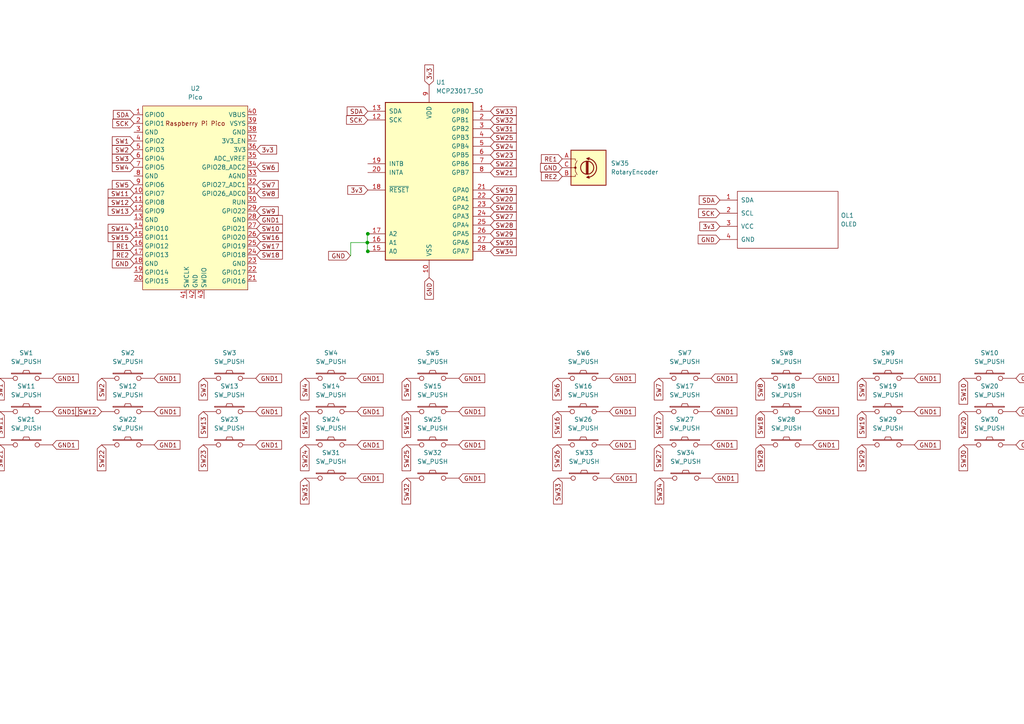
<source format=kicad_sch>
(kicad_sch (version 20211123) (generator eeschema)
  (paper "A4")
  (lib_symbols
    (symbol "Device:RotaryEncoder" (pin_names (offset 0.254) hide)
      (property "Reference" "SW" (at 0 6.604 0))
      (property "Value" "RotaryEncoder" (at 0 -6.604 0))
      (symbol "RotaryEncoder_0_1"
        (rectangle (start -5.08 5.08) (end 5.08 -5.08) (stroke (width 0.254)) (fill (type background)))
        (circle (center -3.81 0) (radius 0.254) (fill (type outline)))
        (arc (start -0.381 -2.794) (mid 2.3622 -0.0508) (end -0.381 2.667) (stroke (width 0.254)))
        (circle (center -0.381 0) (radius 1.905) (stroke (width 0.254)))
        (polyline (pts (xy -0.635 -1.778) (xy -0.635 1.778)) (stroke (width 0.254)))
        (polyline (pts (xy -0.381 -1.778) (xy -0.381 1.778)) (stroke (width 0.254)))
        (polyline (pts (xy -0.127 1.778) (xy -0.127 -1.778)) (stroke (width 0.254)))
        (polyline (pts (xy -5.08 -2.54) (xy -3.81 -2.54) (xy -3.81 -2.032)))
        (polyline (pts (xy -5.08 2.54) (xy -3.81 2.54) (xy -3.81 2.032)))
        (polyline (pts (xy 0.254 -3.048) (xy -0.508 -2.794) (xy 0.127 -2.413)) (stroke (width 0.254)))
        (polyline (pts (xy 0.254 2.921) (xy -0.508 2.667) (xy 0.127 2.286)) (stroke (width 0.254)))
        (polyline (pts (xy -5.08 0) (xy -3.81 0) (xy -3.81 -1.016) (xy -3.302 -2.032)))
        (polyline (pts (xy -4.318 0) (xy -3.81 0) (xy -3.81 1.016) (xy -3.302 2.032)))
      )
      (symbol "RotaryEncoder_1_1"
        (pin passive line (at -7.62 2.54 0) (length 2.54) (name "A") (number "A"))
        (pin passive line (at -7.62 -2.54 0) (length 2.54) (name "B") (number "B"))
        (pin passive line (at -7.62 0 0) (length 2.54) (name "C") (number "C"))
      )
    )
    (symbol "Interface_Expansion:MCP23017_SO" (pin_names (offset 1.016))
      (property "Reference" "U" (at -11.43 24.13 0))
      (property "Value" "MCP23017_SO" (at 0 0 0))
      (symbol "MCP23017_SO_0_1"
        (rectangle (start -12.7 22.86) (end 12.7 -22.86) (stroke (width 0.254)) (fill (type background)))
      )
      (symbol "MCP23017_SO_1_1"
        (pin bidirectional line (at 17.78 20.32 180) (length 5.08) (name "GPB0") (number "1"))
        (pin power_in line (at 0 -27.94 90) (length 5.08) (name "VSS") (number "10"))
        (pin no_connect line (at -12.7 15.24 0) (length 5.08) hide (name "NC") (number "11"))
        (pin input line (at -17.78 17.78 0) (length 5.08) (name "SCK") (number "12"))
        (pin bidirectional line (at -17.78 20.32 0) (length 5.08) (name "SDA") (number "13"))
        (pin no_connect line (at -12.7 12.7 0) (length 5.08) hide (name "NC") (number "14"))
        (pin input line (at -17.78 -20.32 0) (length 5.08) (name "A0") (number "15"))
        (pin input line (at -17.78 -17.78 0) (length 5.08) (name "A1") (number "16"))
        (pin input line (at -17.78 -15.24 0) (length 5.08) (name "A2") (number "17"))
        (pin input line (at -17.78 -2.54 0) (length 5.08) (name "~{RESET}") (number "18"))
        (pin tri_state line (at -17.78 5.08 0) (length 5.08) (name "INTB") (number "19"))
        (pin bidirectional line (at 17.78 17.78 180) (length 5.08) (name "GPB1") (number "2"))
        (pin tri_state line (at -17.78 2.54 0) (length 5.08) (name "INTA") (number "20"))
        (pin bidirectional line (at 17.78 -2.54 180) (length 5.08) (name "GPA0") (number "21"))
        (pin bidirectional line (at 17.78 -5.08 180) (length 5.08) (name "GPA1") (number "22"))
        (pin bidirectional line (at 17.78 -7.62 180) (length 5.08) (name "GPA2") (number "23"))
        (pin bidirectional line (at 17.78 -10.16 180) (length 5.08) (name "GPA3") (number "24"))
        (pin bidirectional line (at 17.78 -12.7 180) (length 5.08) (name "GPA4") (number "25"))
        (pin bidirectional line (at 17.78 -15.24 180) (length 5.08) (name "GPA5") (number "26"))
        (pin bidirectional line (at 17.78 -17.78 180) (length 5.08) (name "GPA6") (number "27"))
        (pin bidirectional line (at 17.78 -20.32 180) (length 5.08) (name "GPA7") (number "28"))
        (pin bidirectional line (at 17.78 15.24 180) (length 5.08) (name "GPB2") (number "3"))
        (pin bidirectional line (at 17.78 12.7 180) (length 5.08) (name "GPB3") (number "4"))
        (pin bidirectional line (at 17.78 10.16 180) (length 5.08) (name "GPB4") (number "5"))
        (pin bidirectional line (at 17.78 7.62 180) (length 5.08) (name "GPB5") (number "6"))
        (pin bidirectional line (at 17.78 5.08 180) (length 5.08) (name "GPB6") (number "7"))
        (pin bidirectional line (at 17.78 2.54 180) (length 5.08) (name "GPB7") (number "8"))
        (pin power_in line (at 0 27.94 270) (length 5.08) (name "VDD") (number "9"))
      )
    )
    (symbol "MCU_RaspberryPi_and_Boards:Pico"
      (property "Reference" "U" (at -13.97 27.94 0))
      (property "Value" "Pico" (at 0 19.05 0))
      (symbol "Pico_0_0"
        (text "Raspberry Pi Pico" (at 0 21.59 0) (effects (font (size 1.27 1.27))))
      )
      (symbol "Pico_0_1"
        (rectangle (start -15.24 26.67) (end 15.24 -26.67) (fill (type background)))
      )
      (symbol "Pico_1_1"
        (pin bidirectional line (at -17.78 24.13 0) (length 2.54) (name "GPIO0") (number "1"))
        (pin bidirectional line (at -17.78 1.27 0) (length 2.54) (name "GPIO7") (number "10"))
        (pin bidirectional line (at -17.78 -1.27 0) (length 2.54) (name "GPIO8") (number "11"))
        (pin bidirectional line (at -17.78 -3.81 0) (length 2.54) (name "GPIO9") (number "12"))
        (pin power_in line (at -17.78 -6.35 0) (length 2.54) (name "GND") (number "13"))
        (pin bidirectional line (at -17.78 -8.89 0) (length 2.54) (name "GPIO10") (number "14"))
        (pin bidirectional line (at -17.78 -11.43 0) (length 2.54) (name "GPIO11") (number "15"))
        (pin bidirectional line (at -17.78 -13.97 0) (length 2.54) (name "GPIO12") (number "16"))
        (pin bidirectional line (at -17.78 -16.51 0) (length 2.54) (name "GPIO13") (number "17"))
        (pin power_in line (at -17.78 -19.05 0) (length 2.54) (name "GND") (number "18"))
        (pin bidirectional line (at -17.78 -21.59 0) (length 2.54) (name "GPIO14") (number "19"))
        (pin bidirectional line (at -17.78 21.59 0) (length 2.54) (name "GPIO1") (number "2"))
        (pin bidirectional line (at -17.78 -24.13 0) (length 2.54) (name "GPIO15") (number "20"))
        (pin bidirectional line (at 17.78 -24.13 180) (length 2.54) (name "GPIO16") (number "21"))
        (pin bidirectional line (at 17.78 -21.59 180) (length 2.54) (name "GPIO17") (number "22"))
        (pin power_in line (at 17.78 -19.05 180) (length 2.54) (name "GND") (number "23"))
        (pin bidirectional line (at 17.78 -16.51 180) (length 2.54) (name "GPIO18") (number "24"))
        (pin bidirectional line (at 17.78 -13.97 180) (length 2.54) (name "GPIO19") (number "25"))
        (pin bidirectional line (at 17.78 -11.43 180) (length 2.54) (name "GPIO20") (number "26"))
        (pin bidirectional line (at 17.78 -8.89 180) (length 2.54) (name "GPIO21") (number "27"))
        (pin power_in line (at 17.78 -6.35 180) (length 2.54) (name "GND") (number "28"))
        (pin bidirectional line (at 17.78 -3.81 180) (length 2.54) (name "GPIO22") (number "29"))
        (pin power_in line (at -17.78 19.05 0) (length 2.54) (name "GND") (number "3"))
        (pin input line (at 17.78 -1.27 180) (length 2.54) (name "RUN") (number "30"))
        (pin bidirectional line (at 17.78 1.27 180) (length 2.54) (name "GPIO26_ADC0") (number "31"))
        (pin bidirectional line (at 17.78 3.81 180) (length 2.54) (name "GPIO27_ADC1") (number "32"))
        (pin power_in line (at 17.78 6.35 180) (length 2.54) (name "AGND") (number "33"))
        (pin bidirectional line (at 17.78 8.89 180) (length 2.54) (name "GPIO28_ADC2") (number "34"))
        (pin power_in line (at 17.78 11.43 180) (length 2.54) (name "ADC_VREF") (number "35"))
        (pin power_in line (at 17.78 13.97 180) (length 2.54) (name "3V3") (number "36"))
        (pin input line (at 17.78 16.51 180) (length 2.54) (name "3V3_EN") (number "37"))
        (pin bidirectional line (at 17.78 19.05 180) (length 2.54) (name "GND") (number "38"))
        (pin power_in line (at 17.78 21.59 180) (length 2.54) (name "VSYS") (number "39"))
        (pin bidirectional line (at -17.78 16.51 0) (length 2.54) (name "GPIO2") (number "4"))
        (pin power_in line (at 17.78 24.13 180) (length 2.54) (name "VBUS") (number "40"))
        (pin input line (at -2.54 -29.21 90) (length 2.54) (name "SWCLK") (number "41"))
        (pin power_in line (at 0 -29.21 90) (length 2.54) (name "GND") (number "42"))
        (pin bidirectional line (at 2.54 -29.21 90) (length 2.54) (name "SWDIO") (number "43"))
        (pin bidirectional line (at -17.78 13.97 0) (length 2.54) (name "GPIO3") (number "5"))
        (pin bidirectional line (at -17.78 11.43 0) (length 2.54) (name "GPIO4") (number "6"))
        (pin bidirectional line (at -17.78 8.89 0) (length 2.54) (name "GPIO5") (number "7"))
        (pin power_in line (at -17.78 6.35 0) (length 2.54) (name "GND") (number "8"))
        (pin bidirectional line (at -17.78 3.81 0) (length 2.54) (name "GPIO6") (number "9"))
      )
    )
    (symbol "kbd:OLED" (pin_names (offset 1.016))
      (property "Reference" "OL" (at 0 2.54 0))
      (property "Value" "OLED" (at 0 -1.27 0))
      (symbol "OLED_0_1"
        (rectangle (start -13.97 8.89) (end 15.24 -7.62))
      )
      (symbol "OLED_1_1"
        (pin bidirectional line (at -19.05 6.35 0) (length 5.08) (name "SDA") (number "1"))
        (pin bidirectional line (at -19.05 2.54 0) (length 5.08) (name "SCL") (number "2"))
        (pin power_in line (at -19.05 -1.27 0) (length 5.08) (name "VCC") (number "3"))
        (pin power_in line (at -19.05 -5.08 0) (length 5.08) (name "GND") (number "4"))
      )
    )
    (symbol "kbd:SW_PUSH" (pin_numbers hide) (pin_names (offset 1.016) hide)
      (property "Reference" "SW" (at 3.81 2.794 0))
      (property "Value" "SW_PUSH" (at 0 -2.032 0))
      (symbol "SW_PUSH_0_1"
        (rectangle (start -4.318 1.27) (end 4.318 1.524))
        (polyline (pts (xy -1.016 1.524) (xy -0.762 2.286) (xy 0.762 2.286) (xy 1.016 1.524)))
        (pin passive inverted (at -7.62 0 0) (length 5.08) (name "1") (number "1"))
        (pin passive inverted (at 7.62 0 180) (length 5.08) (name "2") (number "2"))
      )
    )
  )
  (junction (at 106.68 72.898))
  (junction (at 106.553 70.358))
  (junction (at 106.68 67.818))
  (wire (pts (xy 101.727 70.358) (xy 101.727 74.168)))
  (wire (pts (xy 106.553 70.358) (xy 101.727 70.358)))
  (wire (pts (xy 106.553 70.358) (xy 106.553 72.898)))
  (wire (pts (xy 106.553 70.358) (xy 106.553 67.818)))
  (wire (pts (xy 106.553 72.898) (xy 106.68 72.898)))
  (wire (pts (xy 106.68 70.358) (xy 106.553 70.358)))
  (wire (pts (xy 106.553 67.818) (xy 106.68 67.818)))
  (wire (pts (xy 101.6 74.168) (xy 101.727 74.168)))
  (global_label "GND1" (shape input) (at 206.248 109.728 0) (property "Intersheet References" "${INTERSHEET_REFS}" (effects hide)))
  (global_label "SW20" (shape input) (at 142.24 57.658 0) (property "Intersheet References" "${INTERSHEET_REFS}" (effects hide)))
  (global_label "SW23" (shape input) (at 58.928 129.032 270) (property "Intersheet References" "${INTERSHEET_REFS}" (effects hide)))
  (global_label "SW3" (shape input) (at 58.928 109.728 270) (property "Intersheet References" "${INTERSHEET_REFS}" (effects hide)))
  (global_label "GND1" (shape input) (at 133.096 138.684 0) (property "Intersheet References" "${INTERSHEET_REFS}" (effects hide)))
  (global_label "SW27" (shape input) (at 142.24 62.738 0) (property "Intersheet References" "${INTERSHEET_REFS}" (effects hide)))
  (global_label "SW14" (shape input) (at 88.392 119.38 270) (property "Intersheet References" "${INTERSHEET_REFS}" (effects hide)))
  (global_label "SW3" (shape input) (at 38.862 45.974 180) (property "Intersheet References" "${INTERSHEET_REFS}" (effects hide)))
  (global_label "SW27" (shape input) (at 191.008 129.032 270) (property "Intersheet References" "${INTERSHEET_REFS}" (effects hide)))
  (global_label "GND1" (shape input) (at 15.24 129.032 0) (property "Intersheet References" "${INTERSHEET_REFS}" (effects hide)))
  (global_label "SW31" (shape input) (at 88.392 138.684 270) (property "Intersheet References" "${INTERSHEET_REFS}" (effects hide)))
  (global_label "SW22" (shape input) (at 29.464 129.032 270) (property "Intersheet References" "${INTERSHEET_REFS}" (effects hide)))
  (global_label "GND1" (shape input) (at 133.096 109.728 0) (property "Intersheet References" "${INTERSHEET_REFS}" (effects hide)))
  (global_label "SW16" (shape input) (at 161.544 119.38 270) (property "Intersheet References" "${INTERSHEET_REFS}" (effects hide)))
  (global_label "SW24" (shape input) (at 142.24 42.418 0) (property "Intersheet References" "${INTERSHEET_REFS}" (effects hide)))
  (global_label "SW21" (shape input) (at 142.24 50.038 0) (property "Intersheet References" "${INTERSHEET_REFS}" (effects hide)))
  (global_label "SW32" (shape input) (at 117.856 138.684 270) (property "Intersheet References" "${INTERSHEET_REFS}" (effects hide)))
  (global_label "SCK" (shape input) (at 208.788 61.849 180) (property "Intersheet References" "${INTERSHEET_REFS}" (effects hide)))
  (global_label "RE1" (shape input) (at 38.862 71.374 180) (property "Intersheet References" "${INTERSHEET_REFS}" (effects hide)))
  (global_label "RE1" (shape input) (at 163.068 46.101 180) (property "Intersheet References" "${INTERSHEET_REFS}" (effects hide)))
  (global_label "RE2" (shape input) (at 38.862 73.914 180) (property "Intersheet References" "${INTERSHEET_REFS}" (effects hide)))
  (global_label "SW9" (shape input) (at 249.936 109.728 270) (property "Intersheet References" "${INTERSHEET_REFS}" (effects hide)))
  (global_label "SW28" (shape input) (at 220.472 129.032 270) (property "Intersheet References" "${INTERSHEET_REFS}" (effects hide)))
  (global_label "GND1" (shape input) (at 177.038 138.684 0) (property "Intersheet References" "${INTERSHEET_REFS}" (effects hide)))
  (global_label "GND1" (shape input) (at 103.632 129.032 0) (property "Intersheet References" "${INTERSHEET_REFS}" (effects hide)))
  (global_label "SW24" (shape input) (at 88.392 129.032 270) (property "Intersheet References" "${INTERSHEET_REFS}" (effects hide)))
  (global_label "SW18" (shape input) (at 74.422 73.914 0) (property "Intersheet References" "${INTERSHEET_REFS}" (effects hide)))
  (global_label "GND" (shape input) (at 124.46 80.518 270) (property "Intersheet References" "${INTERSHEET_REFS}" (effects hide)))
  (global_label "SW8" (shape input) (at 220.472 109.728 270) (property "Intersheet References" "${INTERSHEET_REFS}" (effects hide)))
  (global_label "GND1" (shape input) (at 44.704 129.032 0) (property "Intersheet References" "${INTERSHEET_REFS}" (effects hide)))
  (global_label "SW1" (shape input) (at 0 109.728 270) (property "Intersheet References" "${INTERSHEET_REFS}" (effects hide)))
  (global_label "SDA" (shape input) (at 208.788 58.039 180) (property "Intersheet References" "${INTERSHEET_REFS}" (effects hide)))
  (global_label "GND1" (shape input) (at 206.248 129.032 0) (property "Intersheet References" "${INTERSHEET_REFS}" (effects hide)))
  (global_label "GND1" (shape input) (at 74.422 63.754 0) (property "Intersheet References" "${INTERSHEET_REFS}" (effects hide)))
  (global_label "SW2" (shape input) (at 38.862 43.434 180) (property "Intersheet References" "${INTERSHEET_REFS}" (effects hide)))
  (global_label "3v3" (shape input) (at 106.68 55.118 180) (property "Intersheet References" "${INTERSHEET_REFS}" (effects hide)))
  (global_label "GND1" (shape input) (at 15.24 119.38 0) (property "Intersheet References" "${INTERSHEET_REFS}" (effects hide)))
  (global_label "SW26" (shape input) (at 161.544 129.032 270) (property "Intersheet References" "${INTERSHEET_REFS}" (effects hide)))
  (global_label "GND1" (shape input) (at 74.168 109.728 0) (property "Intersheet References" "${INTERSHEET_REFS}" (effects hide)))
  (global_label "SW32" (shape input) (at 142.24 34.798 0) (property "Intersheet References" "${INTERSHEET_REFS}" (effects hide)))
  (global_label "GND1" (shape input) (at 265.176 109.728 0) (property "Intersheet References" "${INTERSHEET_REFS}" (effects hide)))
  (global_label "GND" (shape input) (at 38.862 76.454 180) (property "Intersheet References" "${INTERSHEET_REFS}" (effects hide)))
  (global_label "GND1" (shape input) (at 176.784 119.38 0) (property "Intersheet References" "${INTERSHEET_REFS}" (effects hide)))
  (global_label "SW21" (shape input) (at 0 129.032 270) (property "Intersheet References" "${INTERSHEET_REFS}" (effects hide)))
  (global_label "GND1" (shape input) (at 44.704 119.38 0) (property "Intersheet References" "${INTERSHEET_REFS}" (effects hide)))
  (global_label "SW11" (shape input) (at 0 119.38 270) (property "Intersheet References" "${INTERSHEET_REFS}" (effects hide)))
  (global_label "SW5" (shape input) (at 38.862 53.594 180) (property "Intersheet References" "${INTERSHEET_REFS}" (effects hide)))
  (global_label "SW13" (shape input) (at 38.862 61.214 180) (property "Intersheet References" "${INTERSHEET_REFS}" (effects hide)))
  (global_label "SW12" (shape input) (at 38.862 58.674 180) (property "Intersheet References" "${INTERSHEET_REFS}" (effects hide)))
  (global_label "SW15" (shape input) (at 38.862 68.834 180) (property "Intersheet References" "${INTERSHEET_REFS}" (effects hide)))
  (global_label "SW4" (shape input) (at 88.392 109.728 270) (property "Intersheet References" "${INTERSHEET_REFS}" (effects hide)))
  (global_label "SW22" (shape input) (at 142.24 47.498 0) (property "Intersheet References" "${INTERSHEET_REFS}" (effects hide)))
  (global_label "SW19" (shape input) (at 249.936 119.38 270) (property "Intersheet References" "${INTERSHEET_REFS}" (effects hide)))
  (global_label "GND1" (shape input) (at 74.168 119.38 0) (property "Intersheet References" "${INTERSHEET_REFS}" (effects hide)))
  (global_label "GND1" (shape input) (at 206.248 119.38 0) (property "Intersheet References" "${INTERSHEET_REFS}" (effects hide)))
  (global_label "SW6" (shape input) (at 74.422 48.514 0) (property "Intersheet References" "${INTERSHEET_REFS}" (effects hide)))
  (global_label "GND1" (shape input) (at 235.712 109.728 0) (property "Intersheet References" "${INTERSHEET_REFS}" (effects hide)))
  (global_label "SW12" (shape input) (at 29.464 119.38 180) (property "Intersheet References" "${INTERSHEET_REFS}" (effects hide)))
  (global_label "SW23" (shape input) (at 142.24 44.958 0) (property "Intersheet References" "${INTERSHEET_REFS}" (effects hide)))
  (global_label "GND1" (shape input) (at 235.712 129.032 0) (property "Intersheet References" "${INTERSHEET_REFS}" (effects hide)))
  (global_label "3v3" (shape input) (at 208.788 65.659 180) (property "Intersheet References" "${INTERSHEET_REFS}" (effects hide)))
  (global_label "GND1" (shape input) (at 103.632 109.728 0) (property "Intersheet References" "${INTERSHEET_REFS}" (effects hide)))
  (global_label "SW19" (shape input) (at 142.24 55.118 0) (property "Intersheet References" "${INTERSHEET_REFS}" (effects hide)))
  (global_label "SW5" (shape input) (at 117.856 109.728 270) (property "Intersheet References" "${INTERSHEET_REFS}" (effects hide)))
  (global_label "SW29" (shape input) (at 249.936 129.032 270) (property "Intersheet References" "${INTERSHEET_REFS}" (effects hide)))
  (global_label "SW7" (shape input) (at 191.008 109.728 270) (property "Intersheet References" "${INTERSHEET_REFS}" (effects hide)))
  (global_label "SW18" (shape input) (at 220.472 119.38 270) (property "Intersheet References" "${INTERSHEET_REFS}" (effects hide)))
  (global_label "GND1" (shape input) (at 265.176 129.032 0) (property "Intersheet References" "${INTERSHEET_REFS}" (effects hide)))
  (global_label "SW1" (shape input) (at 38.862 40.894 180) (property "Intersheet References" "${INTERSHEET_REFS}" (effects hide)))
  (global_label "GND1" (shape input) (at 15.24 109.728 0) (property "Intersheet References" "${INTERSHEET_REFS}" (effects hide)))
  (global_label "GND1" (shape input) (at 176.784 129.032 0) (property "Intersheet References" "${INTERSHEET_REFS}" (effects hide)))
  (global_label "GND" (shape input) (at 163.068 48.641 180) (property "Intersheet References" "${INTERSHEET_REFS}" (effects hide)))
  (global_label "SW30" (shape input) (at 142.24 70.358 0) (property "Intersheet References" "${INTERSHEET_REFS}" (effects hide)))
  (global_label "SW31" (shape input) (at 142.24 37.338 0) (property "Intersheet References" "${INTERSHEET_REFS}" (effects hide)))
  (global_label "SW26" (shape input) (at 142.24 60.198 0) (property "Intersheet References" "${INTERSHEET_REFS}" (effects hide)))
  (global_label "SW29" (shape input) (at 142.24 67.818 0) (property "Intersheet References" "${INTERSHEET_REFS}" (effects hide)))
  (global_label "SCK" (shape input) (at 38.862 35.814 180) (property "Intersheet References" "${INTERSHEET_REFS}" (effects hide)))
  (global_label "GND1" (shape input) (at 103.632 119.38 0) (property "Intersheet References" "${INTERSHEET_REFS}" (effects hide)))
  (global_label "GND1" (shape input) (at 74.168 129.032 0) (property "Intersheet References" "${INTERSHEET_REFS}" (effects hide)))
  (global_label "SW30" (shape input) (at 279.4 129.032 270) (property "Intersheet References" "${INTERSHEET_REFS}" (effects hide)))
  (global_label "RE2" (shape input) (at 163.068 51.181 180) (property "Intersheet References" "${INTERSHEET_REFS}" (effects hide)))
  (global_label "GND1" (shape input) (at 294.64 109.728 0) (property "Intersheet References" "${INTERSHEET_REFS}" (effects hide)))
  (global_label "SW9" (shape input) (at 74.422 61.214 0) (property "Intersheet References" "${INTERSHEET_REFS}" (effects hide)))
  (global_label "SCK" (shape input) (at 106.68 34.798 180) (property "Intersheet References" "${INTERSHEET_REFS}" (effects hide)))
  (global_label "SW6" (shape input) (at 161.544 109.728 270) (property "Intersheet References" "${INTERSHEET_REFS}" (effects hide)))
  (global_label "GND1" (shape input) (at 133.096 129.032 0) (property "Intersheet References" "${INTERSHEET_REFS}" (effects hide)))
  (global_label "GND1" (shape input) (at 44.704 109.728 0) (property "Intersheet References" "${INTERSHEET_REFS}" (effects hide)))
  (global_label "SW25" (shape input) (at 142.24 39.878 0) (property "Intersheet References" "${INTERSHEET_REFS}" (effects hide)))
  (global_label "SW25" (shape input) (at 117.856 129.032 270) (property "Intersheet References" "${INTERSHEET_REFS}" (effects hide)))
  (global_label "SW28" (shape input) (at 142.24 65.278 0) (property "Intersheet References" "${INTERSHEET_REFS}" (effects hide)))
  (global_label "3v3" (shape input) (at 74.422 43.434 0) (property "Intersheet References" "${INTERSHEET_REFS}" (effects hide)))
  (global_label "SW17" (shape input) (at 191.008 119.38 270) (property "Intersheet References" "${INTERSHEET_REFS}" (effects hide)))
  (global_label "SW15" (shape input) (at 117.856 119.38 270) (property "Intersheet References" "${INTERSHEET_REFS}" (effects hide)))
  (global_label "GND" (shape input) (at 208.788 69.469 180) (property "Intersheet References" "${INTERSHEET_REFS}" (effects hide)))
  (global_label "SW2" (shape input) (at 29.464 109.728 270) (property "Intersheet References" "${INTERSHEET_REFS}" (effects hide)))
  (global_label "GND1" (shape input) (at 294.64 119.38 0) (property "Intersheet References" "${INTERSHEET_REFS}" (effects hide)))
  (global_label "SW33" (shape input) (at 142.24 32.258 0) (property "Intersheet References" "${INTERSHEET_REFS}" (effects hide)))
  (global_label "GND1" (shape input) (at 235.712 119.38 0) (property "Intersheet References" "${INTERSHEET_REFS}" (effects hide)))
  (global_label "SW16" (shape input) (at 74.422 68.834 0) (property "Intersheet References" "${INTERSHEET_REFS}" (effects hide)))
  (global_label "GND1" (shape input) (at 133.096 119.38 0) (property "Intersheet References" "${INTERSHEET_REFS}" (effects hide)))
  (global_label "GND" (shape input) (at 101.6 74.168 180) (property "Intersheet References" "${INTERSHEET_REFS}" (effects hide)))
  (global_label "GND1" (shape input) (at 294.64 129.032 0) (property "Intersheet References" "${INTERSHEET_REFS}" (effects hide)))
  (global_label "SW20" (shape input) (at 279.4 119.38 270) (property "Intersheet References" "${INTERSHEET_REFS}" (effects hide)))
  (global_label "SW10" (shape input) (at 279.4 109.728 270) (property "Intersheet References" "${INTERSHEET_REFS}" (effects hide)))
  (global_label "3v3" (shape input) (at 124.46 24.638 90) (property "Intersheet References" "${INTERSHEET_REFS}" (effects hide)))
  (global_label "SW33" (shape input) (at 161.798 138.684 270) (property "Intersheet References" "${INTERSHEET_REFS}" (effects hide)))
  (global_label "SW13" (shape input) (at 58.928 119.38 270) (property "Intersheet References" "${INTERSHEET_REFS}" (effects hide)))
  (global_label "SDA" (shape input) (at 38.862 33.274 180) (property "Intersheet References" "${INTERSHEET_REFS}" (effects hide)))
  (global_label "SW4" (shape input) (at 38.862 48.514 180) (property "Intersheet References" "${INTERSHEET_REFS}" (effects hide)))
  (global_label "SW7" (shape input) (at 74.422 53.594 0) (property "Intersheet References" "${INTERSHEET_REFS}" (effects hide)))
  (global_label "SW11" (shape input) (at 38.862 56.134 180) (property "Intersheet References" "${INTERSHEET_REFS}" (effects hide)))
  (global_label "SW8" (shape input) (at 74.422 56.134 0) (property "Intersheet References" "${INTERSHEET_REFS}" (effects hide)))
  (global_label "GND1" (shape input) (at 176.784 109.728 0) (property "Intersheet References" "${INTERSHEET_REFS}" (effects hide)))
  (global_label "SW10" (shape input) (at 74.422 66.294 0) (property "Intersheet References" "${INTERSHEET_REFS}" (effects hide)))
  (global_label "SDA" (shape input) (at 106.68 32.258 180) (property "Intersheet References" "${INTERSHEET_REFS}" (effects hide)))
  (global_label "SW34" (shape input) (at 191.262 138.684 270) (property "Intersheet References" "${INTERSHEET_REFS}" (effects hide)))
  (global_label "SW14" (shape input) (at 38.862 66.294 180) (property "Intersheet References" "${INTERSHEET_REFS}" (effects hide)))
  (global_label "GND1" (shape input) (at 265.176 119.38 0) (property "Intersheet References" "${INTERSHEET_REFS}" (effects hide)))
  (global_label "GND1" (shape input) (at 103.632 138.684 0) (property "Intersheet References" "${INTERSHEET_REFS}" (effects hide)))
  (global_label "SW34" (shape input) (at 142.24 72.898 0) (property "Intersheet References" "${INTERSHEET_REFS}" (effects hide)))
  (global_label "SW17" (shape input) (at 74.422 71.374 0) (property "Intersheet References" "${INTERSHEET_REFS}" (effects hide)))
  (global_label "GND1" (shape input) (at 206.502 138.684 0) (property "Intersheet References" "${INTERSHEET_REFS}" (effects hide)))
  (symbol (lib_id "kbd:SW_PUSH") (at 169.164 109.728 0) (unit 1)
    (property "Reference" "SW6" (at 169.164 102.362 0))
    (property "Value" "SW_PUSH" (at 169.164 104.902 0))
    (property "Footprint" "kbd:CherryMX_Choc_1u-w3" (effects hide))
  )
  (symbol (lib_id "kbd:SW_PUSH") (at 37.084 129.032 0) (unit 1)
    (property "Reference" "SW22" (at 37.084 121.666 0))
    (property "Value" "SW_PUSH" (at 37.084 124.206 0))
    (property "Footprint" "kbd:CherryMX_Choc_1u-w3" (effects hide))
  )
  (symbol (lib_id "kbd:SW_PUSH") (at 7.62 129.032 0) (unit 1)
    (property "Reference" "SW21" (at 7.62 121.666 0))
    (property "Value" "SW_PUSH" (at 7.62 124.206 0))
    (property "Footprint" "kbd:CherryMX_Choc_1u-w3" (effects hide))
  )
  (symbol (lib_id "kbd:SW_PUSH") (at 96.012 129.032 0) (unit 1)
    (property "Reference" "SW24" (at 96.012 121.666 0))
    (property "Value" "SW_PUSH" (at 96.012 124.206 0))
    (property "Footprint" "kbd:CherryMX_Choc_1u-w3" (effects hide))
  )
  (symbol (lib_id "kbd:SW_PUSH") (at 287.02 129.032 0) (unit 1)
    (property "Reference" "SW30" (at 287.02 121.666 0))
    (property "Value" "SW_PUSH" (at 287.02 124.206 0))
    (property "Footprint" "kbd:CherryMX_Choc_1u-w3" (effects hide))
  )
  (symbol (lib_id "kbd:SW_PUSH") (at 198.628 109.728 0) (unit 1)
    (property "Reference" "SW7" (at 198.628 102.362 0))
    (property "Value" "SW_PUSH" (at 198.628 104.902 0))
    (property "Footprint" "kbd:CherryMX_Choc_1u-w3" (effects hide))
  )
  (symbol (lib_id "kbd:SW_PUSH") (at 198.882 138.684 0) (unit 1)
    (property "Reference" "SW34" (at 198.882 131.318 0))
    (property "Value" "SW_PUSH" (at 198.882 133.858 0))
    (property "Footprint" "kbd:CherryMX_Choc_1u-w3" (effects hide))
  )
  (symbol (lib_id "kbd:SW_PUSH") (at 96.012 119.38 0) (unit 1)
    (property "Reference" "SW14" (at 96.012 112.014 0))
    (property "Value" "SW_PUSH" (at 96.012 114.554 0))
    (property "Footprint" "kbd:CherryMX_Choc_1u-w3" (effects hide))
  )
  (symbol (lib_id "kbd:SW_PUSH") (at 125.476 109.728 0) (unit 1)
    (property "Reference" "SW5" (at 125.476 102.362 0))
    (property "Value" "SW_PUSH" (at 125.476 104.902 0))
    (property "Footprint" "kbd:CherryMX_Choc_1u-w3" (effects hide))
  )
  (symbol (lib_id "kbd:SW_PUSH") (at 37.084 109.728 0) (unit 1)
    (property "Reference" "SW2" (at 37.084 102.362 0))
    (property "Value" "SW_PUSH" (at 37.084 104.902 0))
    (property "Footprint" "kbd:CherryMX_Choc_1u-w3" (effects hide))
  )
  (symbol (lib_id "kbd:SW_PUSH") (at 96.012 109.728 0) (unit 1)
    (property "Reference" "SW4" (at 96.012 102.362 0))
    (property "Value" "SW_PUSH" (at 96.012 104.902 0))
    (property "Footprint" "kbd:CherryMX_Choc_1u-w3" (effects hide))
  )
  (symbol (lib_id "MCU_RaspberryPi_and_Boards:Pico") (at 56.642 57.404 0) (unit 1)
    (property "Reference" "U2" (at 56.642 25.654 0))
    (property "Value" "Pico" (at 56.642 28.194 0))
    (property "Footprint" "MCU_RaspberryPi_and_Boards:RPi_Pico_SMD_TH" (effects hide))
  )
  (symbol (lib_id "kbd:SW_PUSH") (at 287.02 109.728 0) (unit 1)
    (property "Reference" "SW10" (at 287.02 102.362 0))
    (property "Value" "SW_PUSH" (at 287.02 104.902 0))
    (property "Footprint" "kbd:CherryMX_Choc_1u-w3" (effects hide))
  )
  (symbol (lib_id "kbd:SW_PUSH") (at 228.092 109.728 0) (unit 1)
    (property "Reference" "SW8" (at 228.092 102.362 0))
    (property "Value" "SW_PUSH" (at 228.092 104.902 0))
    (property "Footprint" "kbd:CherryMX_Choc_1u-w3" (effects hide))
  )
  (symbol (lib_id "kbd:OLED") (at 227.838 64.389 0) (unit 1)
    (property "Reference" "OL1" (at 243.84 62.484 0) (effects (font (size 1.2954 1.2954)) (justify left)))
    (property "Value" "OLED" (at 243.84 65.024 0) (effects (font (size 1.1938 1.1938)) (justify left)))
    (property "Footprint" "kbd:OLED_v2" (effects hide))
  )
  (symbol (lib_id "kbd:SW_PUSH") (at 96.012 138.684 0) (unit 1)
    (property "Reference" "SW31" (at 96.012 131.318 0))
    (property "Value" "SW_PUSH" (at 96.012 133.858 0))
    (property "Footprint" "kbd:CherryMX_Choc_1u-w3" (effects hide))
  )
  (symbol (lib_id "Interface_Expansion:MCP23017_SO") (at 124.46 52.578 0) (unit 1)
    (property "Reference" "U1" (at 126.4794 23.876 0) (effects (justify left)))
    (property "Value" "MCP23017_SO" (at 126.4794 26.416 0) (effects (justify left)))
    (property "Footprint" "Package_SO:SOIC-28W_7.5x17.9mm_P1.27mm" (effects hide))
    (property "Datasheet" "http://ww1.microchip.com/downloads/en/DeviceDoc/20001952C.pdf" (effects hide))
  )
  (symbol (lib_id "kbd:SW_PUSH") (at 198.628 129.032 0) (unit 1)
    (property "Reference" "SW27" (at 198.628 121.666 0))
    (property "Value" "SW_PUSH" (at 198.628 124.206 0))
    (property "Footprint" "kbd:CherryMX_Choc_1u-w3" (effects hide))
  )
  (symbol (lib_id "kbd:SW_PUSH") (at 125.476 119.38 0) (unit 1)
    (property "Reference" "SW15" (at 125.476 112.014 0))
    (property "Value" "SW_PUSH" (at 125.476 114.554 0))
    (property "Footprint" "kbd:CherryMX_Choc_1u-w3" (effects hide))
  )
  (symbol (lib_id "kbd:SW_PUSH") (at 169.164 129.032 0) (unit 1)
    (property "Reference" "SW26" (at 169.164 121.666 0))
    (property "Value" "SW_PUSH" (at 169.164 124.206 0))
    (property "Footprint" "kbd:CherryMX_Choc_1u-w3" (effects hide))
  )
  (symbol (lib_id "kbd:SW_PUSH") (at 169.164 119.38 0) (unit 1)
    (property "Reference" "SW16" (at 169.164 112.014 0))
    (property "Value" "SW_PUSH" (at 169.164 114.554 0))
    (property "Footprint" "kbd:CherryMX_Choc_1u-w3" (effects hide))
  )
  (symbol (lib_id "kbd:SW_PUSH") (at 228.092 129.032 0) (unit 1)
    (property "Reference" "SW28" (at 228.092 121.666 0))
    (property "Value" "SW_PUSH" (at 228.092 124.206 0))
    (property "Footprint" "kbd:CherryMX_Choc_1u-w3" (effects hide))
  )
  (symbol (lib_id "kbd:SW_PUSH") (at 7.62 109.728 0) (unit 1)
    (property "Reference" "SW1" (at 7.62 102.362 0))
    (property "Value" "SW_PUSH" (at 7.62 104.902 0))
    (property "Footprint" "kbd:CherryMX_Choc_1u-w3" (effects hide))
  )
  (symbol (lib_id "kbd:SW_PUSH") (at 287.02 119.38 0) (unit 1)
    (property "Reference" "SW20" (at 287.02 112.014 0))
    (property "Value" "SW_PUSH" (at 287.02 114.554 0))
    (property "Footprint" "kbd:CherryMX_Choc_1u-w3" (effects hide))
  )
  (symbol (lib_id "kbd:SW_PUSH") (at 66.548 119.38 0) (unit 1)
    (property "Reference" "SW13" (at 66.548 112.014 0))
    (property "Value" "SW_PUSH" (at 66.548 114.554 0))
    (property "Footprint" "kbd:CherryMX_Choc_1u-w3" (effects hide))
  )
  (symbol (lib_id "kbd:SW_PUSH") (at 125.476 138.684 0) (unit 1)
    (property "Reference" "SW32" (at 125.476 131.318 0))
    (property "Value" "SW_PUSH" (at 125.476 133.858 0))
    (property "Footprint" "kbd:CherryMX_Choc_1u-w3" (effects hide))
  )
  (symbol (lib_id "kbd:SW_PUSH") (at 257.556 129.032 0) (unit 1)
    (property "Reference" "SW29" (at 257.556 121.666 0))
    (property "Value" "SW_PUSH" (at 257.556 124.206 0))
    (property "Footprint" "kbd:CherryMX_Choc_1u-w3" (effects hide))
  )
  (symbol (lib_id "kbd:SW_PUSH") (at 257.556 109.728 0) (unit 1)
    (property "Reference" "SW9" (at 257.556 102.362 0))
    (property "Value" "SW_PUSH" (at 257.556 104.902 0))
    (property "Footprint" "kbd:CherryMX_Choc_1u-w3" (effects hide))
  )
  (symbol (lib_id "kbd:SW_PUSH") (at 125.476 129.032 0) (unit 1)
    (property "Reference" "SW25" (at 125.476 121.666 0))
    (property "Value" "SW_PUSH" (at 125.476 124.206 0))
    (property "Footprint" "kbd:CherryMX_Choc_1u-w3" (effects hide))
  )
  (symbol (lib_id "kbd:SW_PUSH") (at 228.092 119.38 0) (unit 1)
    (property "Reference" "SW18" (at 228.092 112.014 0))
    (property "Value" "SW_PUSH" (at 228.092 114.554 0))
    (property "Footprint" "kbd:CherryMX_Choc_1u-w3" (effects hide))
  )
  (symbol (lib_id "kbd:SW_PUSH") (at 198.628 119.38 0) (unit 1)
    (property "Reference" "SW17" (at 198.628 112.014 0))
    (property "Value" "SW_PUSH" (at 198.628 114.554 0))
    (property "Footprint" "kbd:CherryMX_Choc_1u-w3" (effects hide))
  )
  (symbol (lib_id "kbd:SW_PUSH") (at 169.418 138.684 0) (unit 1)
    (property "Reference" "SW33" (at 169.418 131.318 0))
    (property "Value" "SW_PUSH" (at 169.418 133.858 0))
    (property "Footprint" "kbd:CherryMX_Choc_1u-w3" (effects hide))
  )
  (symbol (lib_id "kbd:SW_PUSH") (at 7.62 119.38 0) (unit 1)
    (property "Reference" "SW11" (at 7.62 112.014 0))
    (property "Value" "SW_PUSH" (at 7.62 114.554 0))
    (property "Footprint" "kbd:CherryMX_Choc_1u-w3" (effects hide))
  )
  (symbol (lib_id "kbd:SW_PUSH") (at 37.084 119.38 0) (unit 1)
    (property "Reference" "SW12" (at 37.084 112.014 0))
    (property "Value" "SW_PUSH" (at 37.084 114.554 0))
    (property "Footprint" "kbd:CherryMX_Choc_1u-w3" (effects hide))
  )
  (symbol (lib_id "Device:RotaryEncoder") (at 170.688 48.641 0) (unit 1)
    (property "Reference" "SW35" (at 177.165 47.3709 0) (effects (justify left)))
    (property "Value" "RotaryEncoder" (at 177.165 49.9109 0) (effects (justify left)))
    (property "Footprint" "Rotary_Encoder:RotaryEncoder_Alps_EC12E_Vertical_H20mm" (effects hide))
  )
  (symbol (lib_id "kbd:SW_PUSH") (at 257.556 119.38 0) (unit 1)
    (property "Reference" "SW19" (at 257.556 112.014 0))
    (property "Value" "SW_PUSH" (at 257.556 114.554 0))
    (property "Footprint" "kbd:CherryMX_Choc_1u-w3" (effects hide))
  )
  (symbol (lib_id "kbd:SW_PUSH") (at 66.548 109.728 0) (unit 1)
    (property "Reference" "SW3" (at 66.548 102.362 0))
    (property "Value" "SW_PUSH" (at 66.548 104.902 0))
    (property "Footprint" "kbd:CherryMX_Choc_1u-w3" (effects hide))
  )
  (symbol (lib_id "kbd:SW_PUSH") (at 66.548 129.032 0) (unit 1)
    (property "Reference" "SW23" (at 66.548 121.666 0))
    (property "Value" "SW_PUSH" (at 66.548 124.206 0))
    (property "Footprint" "kbd:CherryMX_Choc_1u-w3" (effects hide))
  )
)
</source>
